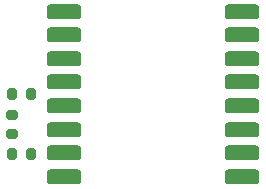
<source format=gbr>
%TF.GenerationSoftware,KiCad,Pcbnew,7.0.4*%
%TF.CreationDate,2023-05-26T13:29:51+02:00*%
%TF.ProjectId,RFM9xW_ANT,52464d39-7857-45f4-914e-542e6b696361,rev?*%
%TF.SameCoordinates,Original*%
%TF.FileFunction,Paste,Top*%
%TF.FilePolarity,Positive*%
%FSLAX46Y46*%
G04 Gerber Fmt 4.6, Leading zero omitted, Abs format (unit mm)*
G04 Created by KiCad (PCBNEW 7.0.4) date 2023-05-26 13:29:51*
%MOMM*%
%LPD*%
G01*
G04 APERTURE LIST*
G04 Aperture macros list*
%AMRoundRect*
0 Rectangle with rounded corners*
0 $1 Rounding radius*
0 $2 $3 $4 $5 $6 $7 $8 $9 X,Y pos of 4 corners*
0 Add a 4 corners polygon primitive as box body*
4,1,4,$2,$3,$4,$5,$6,$7,$8,$9,$2,$3,0*
0 Add four circle primitives for the rounded corners*
1,1,$1+$1,$2,$3*
1,1,$1+$1,$4,$5*
1,1,$1+$1,$6,$7*
1,1,$1+$1,$8,$9*
0 Add four rect primitives between the rounded corners*
20,1,$1+$1,$2,$3,$4,$5,0*
20,1,$1+$1,$4,$5,$6,$7,0*
20,1,$1+$1,$6,$7,$8,$9,0*
20,1,$1+$1,$8,$9,$2,$3,0*%
G04 Aperture macros list end*
%ADD10RoundRect,0.200000X-0.200000X-0.275000X0.200000X-0.275000X0.200000X0.275000X-0.200000X0.275000X0*%
%ADD11RoundRect,0.317500X1.157500X0.317500X-1.157500X0.317500X-1.157500X-0.317500X1.157500X-0.317500X0*%
%ADD12RoundRect,0.200000X-0.275000X0.200000X-0.275000X-0.200000X0.275000X-0.200000X0.275000X0.200000X0*%
G04 APERTURE END LIST*
D10*
%TO.C,M3*%
X121920000Y-54610000D03*
X123570000Y-54610000D03*
%TD*%
D11*
%TO.C,U1*%
X141415000Y-56530000D03*
X141415000Y-54530000D03*
X141415000Y-52530000D03*
X141415000Y-50530000D03*
X141415000Y-48530000D03*
X141415000Y-46530000D03*
X141415000Y-44530000D03*
X141415000Y-42530000D03*
X126365000Y-42530000D03*
X126365000Y-44530000D03*
X126365000Y-46530000D03*
X126365000Y-48530000D03*
X126365000Y-50530000D03*
X126365000Y-52530000D03*
X126365000Y-54530000D03*
X126365000Y-56530000D03*
%TD*%
D10*
%TO.C,M1*%
X121920000Y-49530000D03*
X123570000Y-49530000D03*
%TD*%
D12*
%TO.C,M2*%
X121920000Y-51245000D03*
X121920000Y-52895000D03*
%TD*%
M02*

</source>
